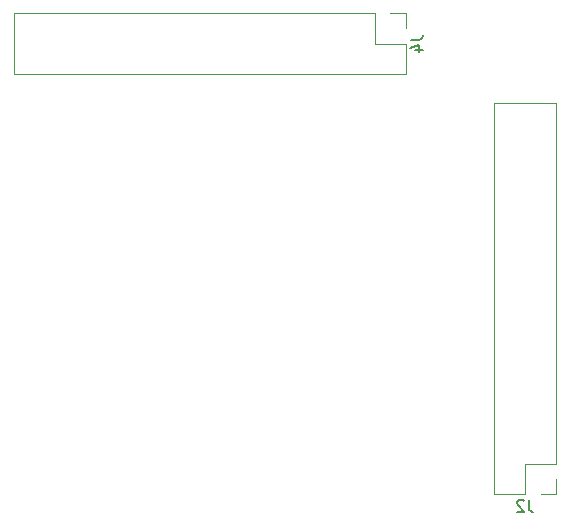
<source format=gbo>
G04 #@! TF.FileFunction,Legend,Bot*
%FSLAX46Y46*%
G04 Gerber Fmt 4.6, Leading zero omitted, Abs format (unit mm)*
G04 Created by KiCad (PCBNEW 4.0.1-stable) date 2017/09/23 6:08:57*
%MOMM*%
G01*
G04 APERTURE LIST*
%ADD10C,0.100000*%
%ADD11C,0.120000*%
%ADD12C,0.150000*%
%ADD13R,1.600000X1.600000*%
%ADD14C,1.600000*%
%ADD15R,1.700000X1.700000*%
%ADD16O,1.700000X1.700000*%
%ADD17C,1.400000*%
%ADD18O,1.400000X1.400000*%
%ADD19C,3.200000*%
G04 APERTURE END LIST*
D10*
D11*
X163128000Y-114935000D02*
X163128000Y-84395000D01*
X163128000Y-84395000D02*
X157928000Y-84395000D01*
X157928000Y-84395000D02*
X157928000Y-117535000D01*
X157928000Y-117535000D02*
X160528000Y-117535000D01*
X160528000Y-117535000D02*
X160528000Y-114935000D01*
X160528000Y-114935000D02*
X163128000Y-114935000D01*
X163128000Y-116205000D02*
X163128000Y-117535000D01*
X163128000Y-117535000D02*
X161858000Y-117535000D01*
X147828000Y-76775000D02*
X117288000Y-76775000D01*
X117288000Y-76775000D02*
X117288000Y-81975000D01*
X117288000Y-81975000D02*
X150428000Y-81975000D01*
X150428000Y-81975000D02*
X150428000Y-79375000D01*
X150428000Y-79375000D02*
X147828000Y-79375000D01*
X147828000Y-79375000D02*
X147828000Y-76775000D01*
X149098000Y-76775000D02*
X150428000Y-76775000D01*
X150428000Y-76775000D02*
X150428000Y-78045000D01*
D12*
X160861333Y-117987381D02*
X160861333Y-118701667D01*
X160908953Y-118844524D01*
X161004191Y-118939762D01*
X161147048Y-118987381D01*
X161242286Y-118987381D01*
X160432762Y-118082619D02*
X160385143Y-118035000D01*
X160289905Y-117987381D01*
X160051809Y-117987381D01*
X159956571Y-118035000D01*
X159908952Y-118082619D01*
X159861333Y-118177857D01*
X159861333Y-118273095D01*
X159908952Y-118415952D01*
X160480381Y-118987381D01*
X159861333Y-118987381D01*
X150880381Y-79041667D02*
X151594667Y-79041667D01*
X151737524Y-78994047D01*
X151832762Y-78898809D01*
X151880381Y-78755952D01*
X151880381Y-78660714D01*
X151213714Y-79946429D02*
X151880381Y-79946429D01*
X150832762Y-79708333D02*
X151547048Y-79470238D01*
X151547048Y-80089286D01*
%LPC*%
D13*
X139573000Y-128270000D03*
D14*
X139573000Y-125770000D03*
D15*
X118618000Y-121285000D03*
D16*
X121158000Y-121285000D03*
X123698000Y-121285000D03*
X126238000Y-121285000D03*
X128778000Y-121285000D03*
X131318000Y-121285000D03*
X133858000Y-121285000D03*
X136398000Y-121285000D03*
X138938000Y-121285000D03*
X141478000Y-121285000D03*
X144018000Y-121285000D03*
X146558000Y-121285000D03*
X149098000Y-121285000D03*
D15*
X161798000Y-116205000D03*
D16*
X159258000Y-116205000D03*
X161798000Y-113665000D03*
X159258000Y-113665000D03*
X161798000Y-111125000D03*
X159258000Y-111125000D03*
X161798000Y-108585000D03*
X159258000Y-108585000D03*
X161798000Y-106045000D03*
X159258000Y-106045000D03*
X161798000Y-103505000D03*
X159258000Y-103505000D03*
X161798000Y-100965000D03*
X159258000Y-100965000D03*
X161798000Y-98425000D03*
X159258000Y-98425000D03*
X161798000Y-95885000D03*
X159258000Y-95885000D03*
X161798000Y-93345000D03*
X159258000Y-93345000D03*
X161798000Y-90805000D03*
X159258000Y-90805000D03*
X161798000Y-88265000D03*
X159258000Y-88265000D03*
X161798000Y-85725000D03*
X159258000Y-85725000D03*
D15*
X146558000Y-127635000D03*
D16*
X149098000Y-127635000D03*
X151638000Y-127635000D03*
D15*
X149098000Y-78105000D03*
D16*
X149098000Y-80645000D03*
X146558000Y-78105000D03*
X146558000Y-80645000D03*
X144018000Y-78105000D03*
X144018000Y-80645000D03*
X141478000Y-78105000D03*
X141478000Y-80645000D03*
X138938000Y-78105000D03*
X138938000Y-80645000D03*
X136398000Y-78105000D03*
X136398000Y-80645000D03*
X133858000Y-78105000D03*
X133858000Y-80645000D03*
X131318000Y-78105000D03*
X131318000Y-80645000D03*
X128778000Y-78105000D03*
X128778000Y-80645000D03*
X126238000Y-78105000D03*
X126238000Y-80645000D03*
X123698000Y-78105000D03*
X123698000Y-80645000D03*
X121158000Y-78105000D03*
X121158000Y-80645000D03*
X118618000Y-78105000D03*
X118618000Y-80645000D03*
D17*
X124968000Y-125095000D03*
D18*
X124968000Y-130175000D03*
D17*
X128778000Y-130175000D03*
D18*
X128778000Y-125095000D03*
D17*
X132588000Y-130175000D03*
D18*
X132588000Y-125095000D03*
D15*
X118618000Y-126365000D03*
D16*
X121158000Y-126365000D03*
D19*
X150998000Y-89365000D03*
X126998000Y-89365000D03*
X126998000Y-113365000D03*
X150998000Y-113365000D03*
M02*

</source>
